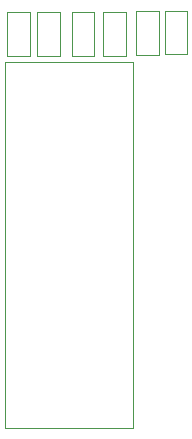
<source format=gbr>
%TF.GenerationSoftware,KiCad,Pcbnew,(5.1.6)-1*%
%TF.CreationDate,2020-10-16T10:26:54-04:00*%
%TF.ProjectId,heater,68656174-6572-42e6-9b69-6361645f7063,rev?*%
%TF.SameCoordinates,Original*%
%TF.FileFunction,Other,User*%
%FSLAX46Y46*%
G04 Gerber Fmt 4.6, Leading zero omitted, Abs format (unit mm)*
G04 Created by KiCad (PCBNEW (5.1.6)-1) date 2020-10-16 10:26:54*
%MOMM*%
%LPD*%
G01*
G04 APERTURE LIST*
%ADD10C,0.050000*%
G04 APERTURE END LIST*
D10*
%TO.C,R7*%
X35753000Y-19477000D02*
X35753000Y-23177000D01*
X37653000Y-19477000D02*
X35753000Y-19477000D01*
X37653000Y-23177000D02*
X37653000Y-19477000D01*
X35753000Y-23177000D02*
X37653000Y-23177000D01*
%TO.C,D3*%
X35240000Y-23195000D02*
X35240000Y-19495000D01*
X33340000Y-23195000D02*
X35240000Y-23195000D01*
X33340000Y-19495000D02*
X33340000Y-23195000D01*
X35240000Y-19495000D02*
X33340000Y-19495000D01*
%TO.C,J1*%
X22230000Y-54830000D02*
X22230000Y-23830000D01*
X33040000Y-54830000D02*
X22230000Y-54830000D01*
X33040000Y-23830000D02*
X33040000Y-54830000D01*
X22230000Y-23830000D02*
X33040000Y-23830000D01*
%TO.C,R6*%
X22418000Y-23322000D02*
X24318000Y-23322000D01*
X24318000Y-23322000D02*
X24318000Y-19622000D01*
X24318000Y-19622000D02*
X22418000Y-19622000D01*
X22418000Y-19622000D02*
X22418000Y-23322000D01*
%TO.C,R5*%
X29779000Y-19622000D02*
X27879000Y-19622000D01*
X27879000Y-19622000D02*
X27879000Y-23322000D01*
X27879000Y-23322000D02*
X29779000Y-23322000D01*
X29779000Y-23322000D02*
X29779000Y-19622000D01*
%TO.C,D2*%
X24958000Y-23322000D02*
X26858000Y-23322000D01*
X26858000Y-23322000D02*
X26858000Y-19622000D01*
X26858000Y-19622000D02*
X24958000Y-19622000D01*
X24958000Y-19622000D02*
X24958000Y-23322000D01*
%TO.C,D1*%
X32446000Y-19604000D02*
X30546000Y-19604000D01*
X30546000Y-19604000D02*
X30546000Y-23304000D01*
X30546000Y-23304000D02*
X32446000Y-23304000D01*
X32446000Y-23304000D02*
X32446000Y-19604000D01*
%TD*%
M02*

</source>
